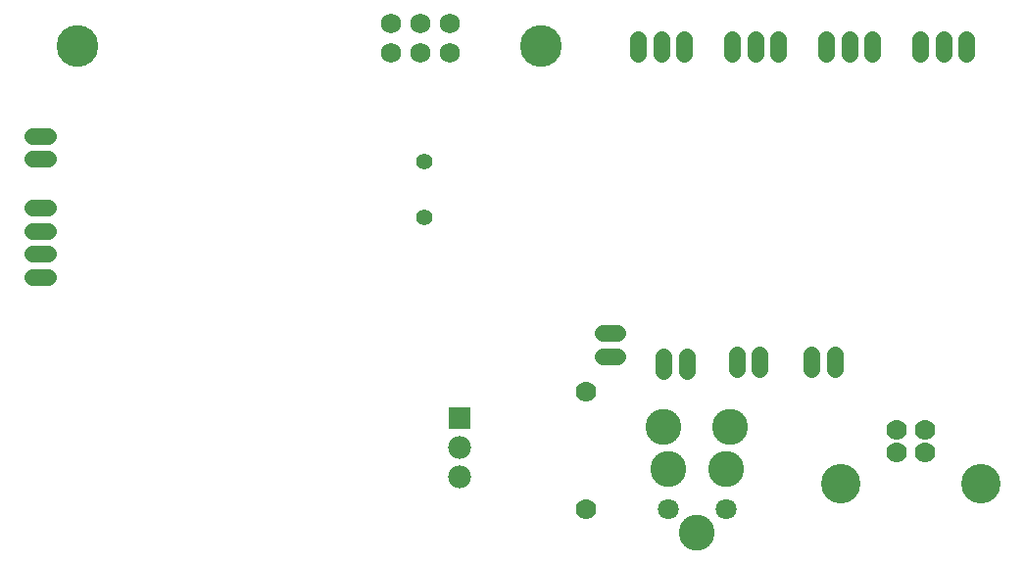
<source format=gbs>
G04 EAGLE Gerber RS-274X export*
G75*
%MOMM*%
%FSLAX34Y34*%
%LPD*%
%INBottom Solder Mask*%
%IPPOS*%
%AMOC8*
5,1,8,0,0,1.08239X$1,22.5*%
G01*
%ADD10C,3.601600*%
%ADD11C,1.778000*%
%ADD12R,1.981200X1.981200*%
%ADD13C,1.981200*%
%ADD14C,1.727200*%
%ADD15C,1.409600*%
%ADD16C,1.422400*%
%ADD17C,3.403600*%
%ADD18C,3.101600*%
%ADD19C,1.801600*%


D10*
X60000Y450000D03*
X460000Y450000D03*
D11*
X499110Y49530D03*
X499110Y151130D03*
D12*
X389890Y128270D03*
D13*
X389890Y102870D03*
X389890Y77470D03*
D14*
X355600Y469900D03*
X355600Y444500D03*
X381000Y444500D03*
X381000Y469900D03*
X330200Y469900D03*
X330200Y444500D03*
D15*
X34005Y352700D02*
X20925Y352700D01*
X20925Y372700D02*
X34005Y372700D01*
X34005Y250470D02*
X20925Y250470D01*
X20925Y270470D02*
X34005Y270470D01*
X34005Y290470D02*
X20925Y290470D01*
X20925Y310470D02*
X34005Y310470D01*
X544155Y443515D02*
X544155Y456595D01*
X564155Y456595D02*
X564155Y443515D01*
X584155Y443515D02*
X584155Y456595D01*
X566060Y182275D02*
X566060Y169195D01*
X586060Y169195D02*
X586060Y182275D01*
X625435Y443515D02*
X625435Y456595D01*
X645435Y456595D02*
X645435Y443515D01*
X665435Y443515D02*
X665435Y456595D01*
X706715Y456595D02*
X706715Y443515D01*
X726715Y443515D02*
X726715Y456595D01*
X746715Y456595D02*
X746715Y443515D01*
X649330Y183865D02*
X649330Y170785D01*
X629330Y170785D02*
X629330Y183865D01*
D16*
X359410Y350520D03*
X359410Y302260D03*
D11*
X792280Y118872D03*
X767280Y118872D03*
X767280Y99060D03*
X792280Y99060D03*
D17*
X839978Y71882D03*
X719582Y71882D03*
D18*
X594920Y29600D03*
D19*
X619920Y49600D03*
X569920Y49600D03*
D18*
X619920Y84600D03*
X569920Y84600D03*
X623920Y121100D03*
X565920Y121100D03*
D15*
X787995Y443515D02*
X787995Y456595D01*
X807995Y456595D02*
X807995Y443515D01*
X827995Y443515D02*
X827995Y456595D01*
X714100Y183865D02*
X714100Y170785D01*
X694100Y170785D02*
X694100Y183865D01*
X526445Y202290D02*
X513365Y202290D01*
X513365Y182290D02*
X526445Y182290D01*
M02*

</source>
